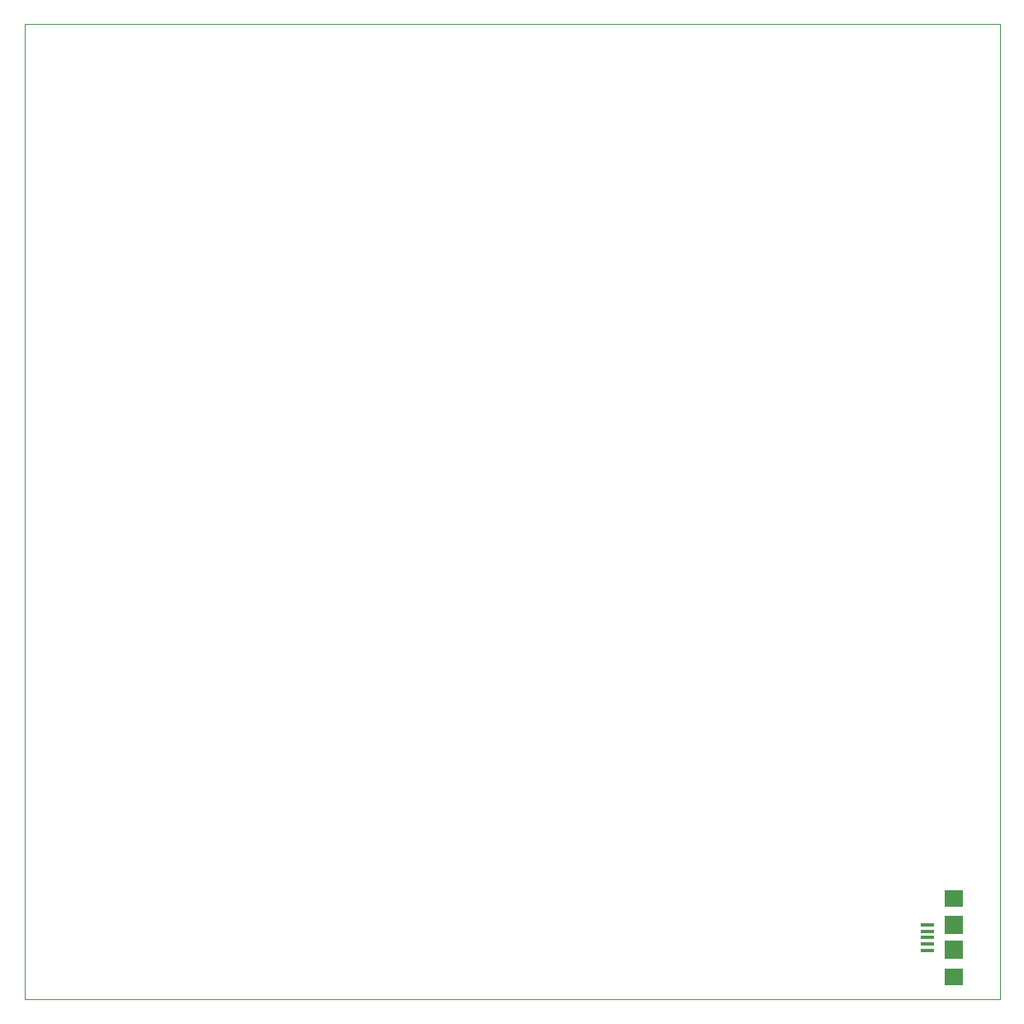
<source format=gbp>
G04 EAGLE Gerber RS-274X export*
G75*
%MOMM*%
%FSLAX34Y34*%
%LPD*%
%INSolder paste bottom*%
%IPPOS*%
%AMOC8*
5,1,8,0,0,1.08239X$1,22.5*%
G01*
%ADD10C,0.000000*%
%ADD11R,1.400000X0.350000*%
%ADD12R,1.900000X1.800000*%
%ADD13R,1.900000X1.900000*%


D10*
X0Y0D02*
X1000000Y0D01*
X1000000Y1000000D01*
X0Y1000000D01*
X0Y0D01*
D11*
X926000Y76500D03*
X926000Y50500D03*
X926000Y70000D03*
X926000Y63500D03*
X926000Y57000D03*
D12*
X952500Y103500D03*
X952500Y23500D03*
D13*
X952500Y76200D03*
X952500Y50800D03*
M02*

</source>
